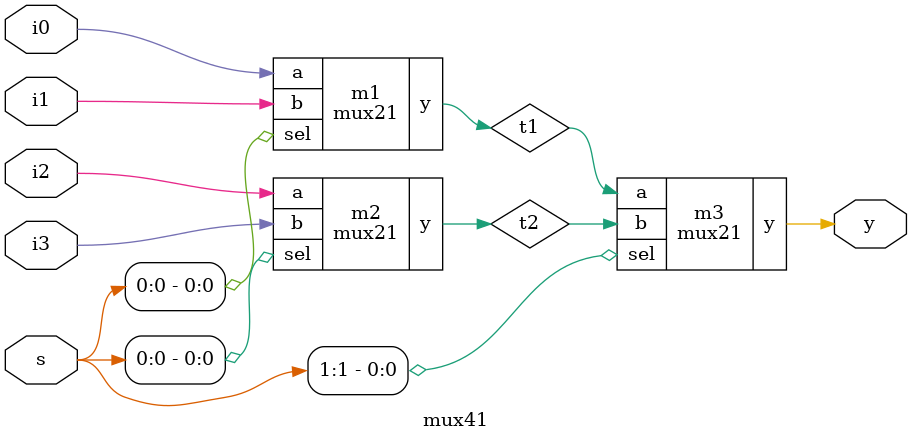
<source format=v>

module mux21(

	input	a, b, sel,
	output	y

);

	assign y = (sel == 1'b0) ? a : b;

endmodule

module mux41(

	input 			i0, i1, i2, i3,
	input	[1:0]	s,
	output			y

);

	wire t1, t2;
	
	mux21 m1 (i0, i1, s[0], t1);
	mux21 m2 (i2, i3, s[0], t2);
	mux21 m3 (t1, t2, s[1], y);

endmodule
</source>
